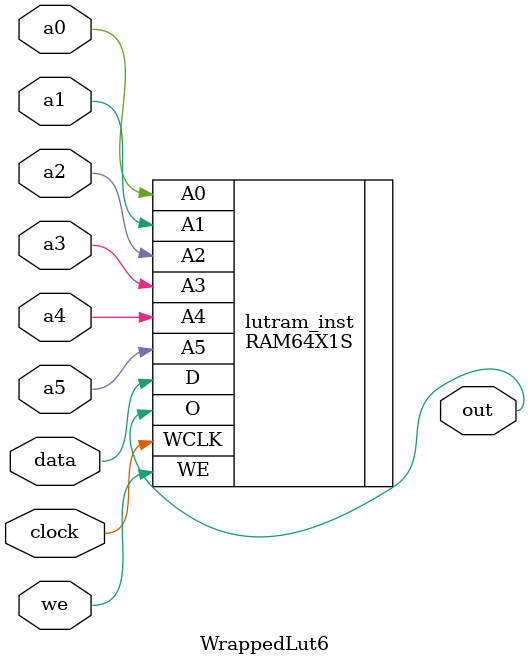
<source format=v>
module WrappedLut6
#(
  parameter INIT = 64'h0 // defaults to out = 0
)(
  input wire clock,
  input wire we,
  input wire data,
  input wire a0,
  input wire a1,
  input wire a2,
  input wire a3,
  input wire a4,
  input wire a5,
  output wire out
);

`ifdef VERILATOR

  reg [63:0] equ = INIT;
  wire [5:0] index;
  assign index = {a5, a4, a3, a2, a1, a0};

  always @(posedge clock) begin
    if (we) begin
      equ[index] = data;
    end
  end

  assign out = equ[index];

`else

  (* DONT_TOUCH = "yes" *)
  RAM64X1S #(
    .INIT(INIT)
  )
  lutram_inst (
    .O(out),
    .A0(a0),
    .A1(a1),
    .A2(a2),
    .A3(a3),
    .A4(a4),
    .A5(a5),
    .D(data),
    .WCLK(clock),
    .WE(we)
  );
`endif

endmodule
</source>
